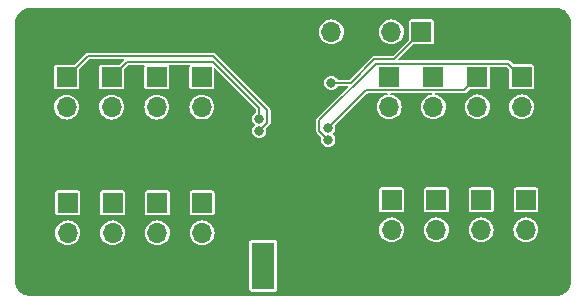
<source format=gbr>
%TF.GenerationSoftware,KiCad,Pcbnew,7.99.0-957-g18dd623122*%
%TF.CreationDate,2023-08-18T16:19:00-04:00*%
%TF.ProjectId,pca9685,70636139-3638-4352-9e6b-696361645f70,V1.0*%
%TF.SameCoordinates,Original*%
%TF.FileFunction,Copper,L2,Bot*%
%TF.FilePolarity,Positive*%
%FSLAX46Y46*%
G04 Gerber Fmt 4.6, Leading zero omitted, Abs format (unit mm)*
G04 Created by KiCad (PCBNEW 7.99.0-957-g18dd623122) date 2023-08-18 16:19:00*
%MOMM*%
%LPD*%
G01*
G04 APERTURE LIST*
%TA.AperFunction,ComponentPad*%
%ADD10R,1.700000X1.700000*%
%TD*%
%TA.AperFunction,ComponentPad*%
%ADD11O,1.700000X1.700000*%
%TD*%
%TA.AperFunction,ComponentPad*%
%ADD12R,1.980000X3.960000*%
%TD*%
%TA.AperFunction,ComponentPad*%
%ADD13O,1.980000X3.960000*%
%TD*%
%TA.AperFunction,ViaPad*%
%ADD14C,0.800000*%
%TD*%
%TA.AperFunction,Conductor*%
%ADD15C,0.150000*%
%TD*%
G04 APERTURE END LIST*
D10*
%TO.P,J9,1,Pin_1*%
%TO.N,/LED8*%
X148352934Y-105156000D03*
D11*
%TO.P,J9,2,Pin_2*%
%TO.N,/VDD*%
X148352934Y-107696000D03*
%TO.P,J9,3,Pin_3*%
%TO.N,GND*%
X148352934Y-110236000D03*
%TD*%
D10*
%TO.P,J8,1,Pin_1*%
%TO.N,/LED7*%
X132317066Y-105410000D03*
D11*
%TO.P,J8,2,Pin_2*%
%TO.N,/VDD*%
X132317066Y-107950000D03*
%TO.P,J8,3,Pin_3*%
%TO.N,GND*%
X132317066Y-110490000D03*
%TD*%
D10*
%TO.P,J10,1,Pin_1*%
%TO.N,/LED9*%
X152146000Y-105156000D03*
D11*
%TO.P,J10,2,Pin_2*%
%TO.N,/VDD*%
X152146000Y-107696000D03*
%TO.P,J10,3,Pin_3*%
%TO.N,GND*%
X152146000Y-110236000D03*
%TD*%
D10*
%TO.P,J13,1,Pin_1*%
%TO.N,/LED12*%
X159371058Y-94742000D03*
D11*
%TO.P,J13,2,Pin_2*%
%TO.N,/VDD*%
X159371058Y-97282000D03*
%TO.P,J13,3,Pin_3*%
%TO.N,GND*%
X159371058Y-99822000D03*
%TD*%
D10*
%TO.P,J16,1,Pin_1*%
%TO.N,/LED15*%
X148152472Y-94742000D03*
D11*
%TO.P,J16,2,Pin_2*%
%TO.N,/VDD*%
X148152472Y-97282000D03*
%TO.P,J16,3,Pin_3*%
%TO.N,GND*%
X148152472Y-99822000D03*
%TD*%
D10*
%TO.P,J5,1,Pin_1*%
%TO.N,/LED4*%
X120937868Y-105410000D03*
D11*
%TO.P,J5,2,Pin_2*%
%TO.N,/VDD*%
X120937868Y-107950000D03*
%TO.P,J5,3,Pin_3*%
%TO.N,GND*%
X120937868Y-110490000D03*
%TD*%
D10*
%TO.P,J1,1,Pin_1*%
%TO.N,/LED0*%
X132296777Y-94757000D03*
D11*
%TO.P,J1,2,Pin_2*%
%TO.N,/VDD*%
X132296777Y-97297000D03*
%TO.P,J1,3,Pin_3*%
%TO.N,GND*%
X132296777Y-99837000D03*
%TD*%
D10*
%TO.P,J12,1,Pin_1*%
%TO.N,/LED11*%
X159732132Y-105156000D03*
D11*
%TO.P,J12,2,Pin_2*%
%TO.N,/VDD*%
X159732132Y-107696000D03*
%TO.P,J12,3,Pin_3*%
%TO.N,GND*%
X159732132Y-110236000D03*
%TD*%
D12*
%TO.P,J18,1,Pin_1*%
%TO.N,/VDD*%
X137494000Y-110744000D03*
D13*
%TO.P,J18,2,Pin_2*%
%TO.N,GND*%
X142494000Y-110744000D03*
%TD*%
D10*
%TO.P,J17,1,Pin_1*%
%TO.N,/SCL*%
X150875999Y-90932000D03*
D11*
%TO.P,J17,2,Pin_2*%
%TO.N,/SDA*%
X148335999Y-90932000D03*
%TO.P,J17,3,Pin_3*%
%TO.N,GND*%
X145796000Y-90932000D03*
%TO.P,J17,4,Pin_4*%
%TO.N,+3.3V*%
X143255999Y-90932000D03*
%TD*%
D10*
%TO.P,J14,1,Pin_1*%
%TO.N,/LED13*%
X155631528Y-94742000D03*
D11*
%TO.P,J14,2,Pin_2*%
%TO.N,/VDD*%
X155631528Y-97282000D03*
%TO.P,J14,3,Pin_3*%
%TO.N,GND*%
X155631528Y-99822000D03*
%TD*%
D10*
%TO.P,J11,1,Pin_1*%
%TO.N,/LED10*%
X155939066Y-105156000D03*
D11*
%TO.P,J11,2,Pin_2*%
%TO.N,/VDD*%
X155939066Y-107696000D03*
%TO.P,J11,3,Pin_3*%
%TO.N,GND*%
X155939066Y-110236000D03*
%TD*%
D10*
%TO.P,J4,1,Pin_1*%
%TO.N,/LED3*%
X120843498Y-94757000D03*
D11*
%TO.P,J4,2,Pin_2*%
%TO.N,/VDD*%
X120843498Y-97297000D03*
%TO.P,J4,3,Pin_3*%
%TO.N,GND*%
X120843498Y-99837000D03*
%TD*%
D10*
%TO.P,J6,1,Pin_1*%
%TO.N,/LED5*%
X124730934Y-105410000D03*
D11*
%TO.P,J6,2,Pin_2*%
%TO.N,/VDD*%
X124730934Y-107950000D03*
%TO.P,J6,3,Pin_3*%
%TO.N,GND*%
X124730934Y-110490000D03*
%TD*%
D10*
%TO.P,J2,1,Pin_1*%
%TO.N,/LED1*%
X128479016Y-94757000D03*
D11*
%TO.P,J2,2,Pin_2*%
%TO.N,/VDD*%
X128479016Y-97297000D03*
%TO.P,J2,3,Pin_3*%
%TO.N,GND*%
X128479016Y-99837000D03*
%TD*%
D10*
%TO.P,J15,1,Pin_1*%
%TO.N,/LED14*%
X151892000Y-94742000D03*
D11*
%TO.P,J15,2,Pin_2*%
%TO.N,/VDD*%
X151892000Y-97282000D03*
%TO.P,J15,3,Pin_3*%
%TO.N,GND*%
X151892000Y-99822000D03*
%TD*%
D10*
%TO.P,J3,1,Pin_1*%
%TO.N,/LED2*%
X124661257Y-94757000D03*
D11*
%TO.P,J3,2,Pin_2*%
%TO.N,/VDD*%
X124661257Y-97297000D03*
%TO.P,J3,3,Pin_3*%
%TO.N,GND*%
X124661257Y-99837000D03*
%TD*%
D10*
%TO.P,J7,1,Pin_1*%
%TO.N,/LED6*%
X128524000Y-105410000D03*
D11*
%TO.P,J7,2,Pin_2*%
%TO.N,/VDD*%
X128524000Y-107950000D03*
%TO.P,J7,3,Pin_3*%
%TO.N,GND*%
X128524000Y-110490000D03*
%TD*%
D14*
%TO.N,/LED2*%
X137160000Y-98298000D03*
%TO.N,/LED3*%
X137160000Y-99314000D03*
%TO.N,/LED12*%
X143002000Y-100059503D03*
%TO.N,/LED13*%
X143002000Y-99060000D03*
%TO.N,/SCL*%
X143256000Y-95250000D03*
%TD*%
D15*
%TO.N,/LED2*%
X125946257Y-93472000D02*
X124661257Y-94757000D01*
X133260777Y-93472000D02*
X125946257Y-93472000D01*
X137160000Y-98298000D02*
X137160000Y-97371223D01*
X137160000Y-97371223D02*
X133260777Y-93472000D01*
%TO.N,/LED3*%
X137834500Y-98639500D02*
X137834500Y-97551455D01*
X137160000Y-99314000D02*
X137834500Y-98639500D01*
X122636498Y-92964000D02*
X120843498Y-94757000D01*
X133247045Y-92964000D02*
X122636498Y-92964000D01*
X137834500Y-97551455D02*
X133247045Y-92964000D01*
%TO.N,/LED12*%
X147027972Y-93617500D02*
X142240000Y-98405472D01*
X142240000Y-99297503D02*
X143002000Y-100059503D01*
X158246558Y-93617500D02*
X147027972Y-93617500D01*
X159371058Y-94742000D02*
X158246558Y-93617500D01*
X142240000Y-98405472D02*
X142240000Y-99297503D01*
%TO.N,/LED13*%
X154507028Y-95866500D02*
X155631528Y-94742000D01*
X143002000Y-99060000D02*
X146195500Y-95866500D01*
X146195500Y-95866500D02*
X154507028Y-95866500D01*
%TO.N,/SCL*%
X144901204Y-95250000D02*
X146883204Y-93268000D01*
X143256000Y-95250000D02*
X144901204Y-95250000D01*
X146883204Y-93268000D02*
X148539999Y-93268000D01*
X148539999Y-93268000D02*
X150875999Y-90932000D01*
%TD*%
%TA.AperFunction,Conductor*%
%TO.N,GND*%
G36*
X162306959Y-88900576D02*
G01*
X162318762Y-88901504D01*
X162363017Y-88904987D01*
X162509140Y-88917772D01*
X162516282Y-88918936D01*
X162601706Y-88939444D01*
X162602307Y-88939597D01*
X162715099Y-88969819D01*
X162718120Y-88970845D01*
X162806509Y-89007456D01*
X162807403Y-89007850D01*
X162907908Y-89054717D01*
X162910322Y-89056014D01*
X162993734Y-89107129D01*
X162994985Y-89107949D01*
X163084090Y-89170341D01*
X163085909Y-89171749D01*
X163160948Y-89235838D01*
X163162347Y-89237131D01*
X163238866Y-89313650D01*
X163240159Y-89315049D01*
X163304245Y-89390084D01*
X163305662Y-89391915D01*
X163336747Y-89436309D01*
X163368049Y-89481013D01*
X163368869Y-89482264D01*
X163419976Y-89565661D01*
X163421288Y-89568104D01*
X163456566Y-89643757D01*
X163468132Y-89668559D01*
X163468563Y-89669538D01*
X163505150Y-89757869D01*
X163506181Y-89760907D01*
X163536398Y-89873681D01*
X163536556Y-89874302D01*
X163557060Y-89959704D01*
X163558228Y-89966872D01*
X163571023Y-90113128D01*
X163575424Y-90169040D01*
X163575500Y-90170964D01*
X163575500Y-112013035D01*
X163575424Y-112014959D01*
X163571023Y-112070870D01*
X163558228Y-112217126D01*
X163557060Y-112224294D01*
X163536556Y-112309696D01*
X163536398Y-112310317D01*
X163506181Y-112423091D01*
X163505150Y-112426129D01*
X163468563Y-112514460D01*
X163468132Y-112515439D01*
X163421292Y-112615888D01*
X163419976Y-112618337D01*
X163368869Y-112701734D01*
X163368049Y-112702985D01*
X163305671Y-112792072D01*
X163304231Y-112793932D01*
X163240160Y-112868948D01*
X163238854Y-112870361D01*
X163162361Y-112946854D01*
X163160948Y-112948160D01*
X163085932Y-113012231D01*
X163084072Y-113013671D01*
X162994985Y-113076049D01*
X162993734Y-113076869D01*
X162910337Y-113127976D01*
X162907888Y-113129292D01*
X162807439Y-113176132D01*
X162806460Y-113176563D01*
X162718129Y-113213150D01*
X162715091Y-113214181D01*
X162602317Y-113244398D01*
X162601696Y-113244556D01*
X162516294Y-113265060D01*
X162509126Y-113266228D01*
X162362870Y-113279023D01*
X162306959Y-113283424D01*
X162305035Y-113283500D01*
X117756773Y-113283500D01*
X117754849Y-113283424D01*
X117697674Y-113278923D01*
X117548779Y-113265925D01*
X117541601Y-113264757D01*
X117453134Y-113243517D01*
X117452513Y-113243359D01*
X117338802Y-113212891D01*
X117335763Y-113211860D01*
X117244767Y-113174167D01*
X117243789Y-113173737D01*
X117142214Y-113126372D01*
X117139765Y-113125056D01*
X117054005Y-113072501D01*
X117052753Y-113071680D01*
X116962556Y-113008521D01*
X116960696Y-113007081D01*
X116883627Y-112941255D01*
X116882214Y-112939949D01*
X116804725Y-112862459D01*
X116803430Y-112861059D01*
X116737588Y-112783965D01*
X116736157Y-112782118D01*
X116709291Y-112743748D01*
X136303500Y-112743748D01*
X136315133Y-112802231D01*
X136332882Y-112828795D01*
X136359447Y-112868552D01*
X136386012Y-112886301D01*
X136425769Y-112912867D01*
X136484252Y-112924500D01*
X136484255Y-112924500D01*
X138503745Y-112924500D01*
X138503748Y-112924500D01*
X138562231Y-112912867D01*
X138628552Y-112868552D01*
X138672867Y-112802231D01*
X138684500Y-112743748D01*
X138684500Y-108744252D01*
X138672867Y-108685769D01*
X138646301Y-108646012D01*
X138628552Y-108619447D01*
X138588795Y-108592882D01*
X138562231Y-108575133D01*
X138503748Y-108563500D01*
X136484252Y-108563500D01*
X136433059Y-108573683D01*
X136425769Y-108575133D01*
X136359447Y-108619447D01*
X136324846Y-108671232D01*
X136315133Y-108685769D01*
X136303500Y-108744252D01*
X136303500Y-112743748D01*
X116709291Y-112743748D01*
X116699940Y-112730393D01*
X116672991Y-112691902D01*
X116672183Y-112690671D01*
X116619622Y-112604895D01*
X116618316Y-112602465D01*
X116570917Y-112500812D01*
X116570518Y-112499902D01*
X116539963Y-112426129D01*
X116532827Y-112408900D01*
X116531798Y-112405873D01*
X116501303Y-112292047D01*
X116501192Y-112291610D01*
X116479926Y-112203016D01*
X116478765Y-112195886D01*
X116466038Y-112050356D01*
X116461233Y-111989273D01*
X116461159Y-111987394D01*
X116461159Y-110507998D01*
X116462023Y-107950000D01*
X119882285Y-107950000D01*
X119902568Y-108155934D01*
X119962636Y-108353954D01*
X120060183Y-108536450D01*
X120191458Y-108696410D01*
X120351418Y-108827685D01*
X120533914Y-108925232D01*
X120731934Y-108985300D01*
X120937868Y-109005583D01*
X121143802Y-108985300D01*
X121341822Y-108925232D01*
X121524318Y-108827685D01*
X121684278Y-108696410D01*
X121815553Y-108536450D01*
X121913100Y-108353954D01*
X121973168Y-108155934D01*
X121993451Y-107950000D01*
X123675351Y-107950000D01*
X123695634Y-108155934D01*
X123755702Y-108353954D01*
X123853249Y-108536450D01*
X123984524Y-108696410D01*
X124144484Y-108827685D01*
X124326980Y-108925232D01*
X124525000Y-108985300D01*
X124710650Y-109003585D01*
X124730933Y-109005583D01*
X124730933Y-109005582D01*
X124730934Y-109005583D01*
X124936868Y-108985300D01*
X125134888Y-108925232D01*
X125317384Y-108827685D01*
X125477344Y-108696410D01*
X125608619Y-108536450D01*
X125706166Y-108353954D01*
X125766234Y-108155934D01*
X125786517Y-107950000D01*
X127468417Y-107950000D01*
X127488700Y-108155934D01*
X127548768Y-108353954D01*
X127646315Y-108536450D01*
X127777590Y-108696410D01*
X127937550Y-108827685D01*
X128120046Y-108925232D01*
X128318066Y-108985300D01*
X128524000Y-109005583D01*
X128729934Y-108985300D01*
X128927954Y-108925232D01*
X129110450Y-108827685D01*
X129270410Y-108696410D01*
X129401685Y-108536450D01*
X129499232Y-108353954D01*
X129559300Y-108155934D01*
X129579583Y-107950000D01*
X131261483Y-107950000D01*
X131281766Y-108155934D01*
X131341834Y-108353954D01*
X131439381Y-108536450D01*
X131570656Y-108696410D01*
X131730616Y-108827685D01*
X131913112Y-108925232D01*
X132111132Y-108985300D01*
X132317066Y-109005583D01*
X132523000Y-108985300D01*
X132721020Y-108925232D01*
X132903516Y-108827685D01*
X133063476Y-108696410D01*
X133194751Y-108536450D01*
X133292298Y-108353954D01*
X133352366Y-108155934D01*
X133372649Y-107950000D01*
X133352366Y-107744066D01*
X133337786Y-107696000D01*
X147297351Y-107696000D01*
X147317634Y-107901934D01*
X147377702Y-108099954D01*
X147475249Y-108282450D01*
X147606524Y-108442410D01*
X147766484Y-108573685D01*
X147948980Y-108671232D01*
X148147000Y-108731300D01*
X148352934Y-108751583D01*
X148558868Y-108731300D01*
X148756888Y-108671232D01*
X148939384Y-108573685D01*
X149099344Y-108442410D01*
X149230619Y-108282450D01*
X149328166Y-108099954D01*
X149388234Y-107901934D01*
X149408517Y-107696000D01*
X151090417Y-107696000D01*
X151110700Y-107901934D01*
X151170768Y-108099954D01*
X151268315Y-108282450D01*
X151399590Y-108442410D01*
X151559550Y-108573685D01*
X151742046Y-108671232D01*
X151940066Y-108731300D01*
X152146000Y-108751583D01*
X152351934Y-108731300D01*
X152549954Y-108671232D01*
X152732450Y-108573685D01*
X152892410Y-108442410D01*
X153023685Y-108282450D01*
X153121232Y-108099954D01*
X153181300Y-107901934D01*
X153201583Y-107696000D01*
X154883483Y-107696000D01*
X154903766Y-107901934D01*
X154963834Y-108099954D01*
X155061381Y-108282450D01*
X155192656Y-108442410D01*
X155352616Y-108573685D01*
X155535112Y-108671232D01*
X155733132Y-108731300D01*
X155918782Y-108749585D01*
X155939065Y-108751583D01*
X155939065Y-108751582D01*
X155939066Y-108751583D01*
X156145000Y-108731300D01*
X156343020Y-108671232D01*
X156525516Y-108573685D01*
X156685476Y-108442410D01*
X156816751Y-108282450D01*
X156914298Y-108099954D01*
X156974366Y-107901934D01*
X156994649Y-107696000D01*
X158676549Y-107696000D01*
X158696832Y-107901934D01*
X158756900Y-108099954D01*
X158854447Y-108282450D01*
X158985722Y-108442410D01*
X159145682Y-108573685D01*
X159328178Y-108671232D01*
X159526198Y-108731300D01*
X159711847Y-108749585D01*
X159732131Y-108751583D01*
X159732131Y-108751582D01*
X159732132Y-108751583D01*
X159938066Y-108731300D01*
X160136086Y-108671232D01*
X160318582Y-108573685D01*
X160478542Y-108442410D01*
X160609817Y-108282450D01*
X160707364Y-108099954D01*
X160767432Y-107901934D01*
X160787715Y-107696000D01*
X160767432Y-107490066D01*
X160707364Y-107292046D01*
X160609817Y-107109550D01*
X160478542Y-106949590D01*
X160318582Y-106818315D01*
X160136086Y-106720768D01*
X159938066Y-106660700D01*
X159732132Y-106640417D01*
X159526197Y-106660700D01*
X159526196Y-106660700D01*
X159328175Y-106720769D01*
X159145680Y-106818316D01*
X158985722Y-106949590D01*
X158854448Y-107109548D01*
X158756901Y-107292043D01*
X158696832Y-107490064D01*
X158696832Y-107490065D01*
X158696832Y-107490066D01*
X158676549Y-107696000D01*
X156994649Y-107696000D01*
X156974366Y-107490066D01*
X156914298Y-107292046D01*
X156816751Y-107109550D01*
X156685476Y-106949590D01*
X156525516Y-106818315D01*
X156343020Y-106720768D01*
X156145000Y-106660700D01*
X155939066Y-106640417D01*
X155733131Y-106660700D01*
X155733130Y-106660700D01*
X155535109Y-106720769D01*
X155352614Y-106818316D01*
X155192656Y-106949590D01*
X155061382Y-107109548D01*
X154963835Y-107292043D01*
X154903766Y-107490064D01*
X154903766Y-107490065D01*
X154903766Y-107490066D01*
X154883483Y-107696000D01*
X153201583Y-107696000D01*
X153181300Y-107490066D01*
X153121232Y-107292046D01*
X153023685Y-107109550D01*
X152892410Y-106949590D01*
X152732450Y-106818315D01*
X152549954Y-106720768D01*
X152351934Y-106660700D01*
X152146000Y-106640417D01*
X151940065Y-106660700D01*
X151940064Y-106660700D01*
X151742043Y-106720769D01*
X151559548Y-106818316D01*
X151399590Y-106949590D01*
X151268316Y-107109548D01*
X151170769Y-107292043D01*
X151110700Y-107490064D01*
X151110700Y-107490065D01*
X151110700Y-107490066D01*
X151090417Y-107696000D01*
X149408517Y-107696000D01*
X149388234Y-107490066D01*
X149328166Y-107292046D01*
X149230619Y-107109550D01*
X149099344Y-106949590D01*
X148939384Y-106818315D01*
X148756888Y-106720768D01*
X148558868Y-106660700D01*
X148352934Y-106640417D01*
X148146999Y-106660700D01*
X148146998Y-106660700D01*
X147948977Y-106720769D01*
X147766482Y-106818316D01*
X147606524Y-106949590D01*
X147475250Y-107109548D01*
X147377703Y-107292043D01*
X147317634Y-107490064D01*
X147317634Y-107490065D01*
X147317634Y-107490066D01*
X147297351Y-107696000D01*
X133337786Y-107696000D01*
X133292298Y-107546046D01*
X133194751Y-107363550D01*
X133063476Y-107203590D01*
X132903516Y-107072315D01*
X132721020Y-106974768D01*
X132523000Y-106914700D01*
X132317066Y-106894417D01*
X132111131Y-106914700D01*
X132111130Y-106914700D01*
X131913109Y-106974769D01*
X131730614Y-107072316D01*
X131570656Y-107203590D01*
X131439382Y-107363548D01*
X131341835Y-107546043D01*
X131281766Y-107744064D01*
X131281766Y-107744065D01*
X131281766Y-107744066D01*
X131261483Y-107950000D01*
X129579583Y-107950000D01*
X129559300Y-107744066D01*
X129499232Y-107546046D01*
X129401685Y-107363550D01*
X129270410Y-107203590D01*
X129110450Y-107072315D01*
X128927954Y-106974768D01*
X128729934Y-106914700D01*
X128524000Y-106894417D01*
X128318065Y-106914700D01*
X128318064Y-106914700D01*
X128120043Y-106974769D01*
X127937548Y-107072316D01*
X127777590Y-107203590D01*
X127646316Y-107363548D01*
X127548769Y-107546043D01*
X127488700Y-107744064D01*
X127488700Y-107744065D01*
X127488700Y-107744066D01*
X127468417Y-107950000D01*
X125786517Y-107950000D01*
X125766234Y-107744066D01*
X125706166Y-107546046D01*
X125608619Y-107363550D01*
X125477344Y-107203590D01*
X125317384Y-107072315D01*
X125134888Y-106974768D01*
X124936868Y-106914700D01*
X124730934Y-106894417D01*
X124524999Y-106914700D01*
X124524998Y-106914700D01*
X124326977Y-106974769D01*
X124144482Y-107072316D01*
X123984524Y-107203590D01*
X123853250Y-107363548D01*
X123755703Y-107546043D01*
X123695634Y-107744064D01*
X123695634Y-107744065D01*
X123695634Y-107744066D01*
X123675351Y-107950000D01*
X121993451Y-107950000D01*
X121973168Y-107744066D01*
X121913100Y-107546046D01*
X121815553Y-107363550D01*
X121684278Y-107203590D01*
X121524318Y-107072315D01*
X121341822Y-106974768D01*
X121143802Y-106914700D01*
X120937868Y-106894417D01*
X120731933Y-106914700D01*
X120731932Y-106914700D01*
X120533911Y-106974769D01*
X120351416Y-107072316D01*
X120191458Y-107203590D01*
X120060184Y-107363548D01*
X119962637Y-107546043D01*
X119902568Y-107744064D01*
X119902568Y-107744065D01*
X119902568Y-107744066D01*
X119882285Y-107950000D01*
X116462023Y-107950000D01*
X116462587Y-106279748D01*
X119887368Y-106279748D01*
X119899001Y-106338231D01*
X119916750Y-106364795D01*
X119943315Y-106404552D01*
X119969880Y-106422301D01*
X120009637Y-106448867D01*
X120068120Y-106460500D01*
X120068123Y-106460500D01*
X121807613Y-106460500D01*
X121807616Y-106460500D01*
X121866099Y-106448867D01*
X121932420Y-106404552D01*
X121976735Y-106338231D01*
X121988368Y-106279748D01*
X123680434Y-106279748D01*
X123692067Y-106338231D01*
X123709816Y-106364795D01*
X123736381Y-106404552D01*
X123762946Y-106422301D01*
X123802703Y-106448867D01*
X123861186Y-106460500D01*
X123861189Y-106460500D01*
X125600679Y-106460500D01*
X125600682Y-106460500D01*
X125659165Y-106448867D01*
X125725486Y-106404552D01*
X125769801Y-106338231D01*
X125781434Y-106279748D01*
X127473500Y-106279748D01*
X127485133Y-106338231D01*
X127502882Y-106364795D01*
X127529447Y-106404552D01*
X127556012Y-106422301D01*
X127595769Y-106448867D01*
X127654252Y-106460500D01*
X127654255Y-106460500D01*
X129393745Y-106460500D01*
X129393748Y-106460500D01*
X129452231Y-106448867D01*
X129518552Y-106404552D01*
X129562867Y-106338231D01*
X129574500Y-106279748D01*
X129574500Y-106279744D01*
X131266565Y-106279744D01*
X131266566Y-106279748D01*
X131278199Y-106338231D01*
X131295948Y-106364795D01*
X131322513Y-106404552D01*
X131349078Y-106422301D01*
X131388835Y-106448867D01*
X131447318Y-106460500D01*
X131447321Y-106460500D01*
X133186811Y-106460500D01*
X133186814Y-106460500D01*
X133245297Y-106448867D01*
X133311618Y-106404552D01*
X133355933Y-106338231D01*
X133367566Y-106279748D01*
X133367566Y-106025748D01*
X147302434Y-106025748D01*
X147314067Y-106084231D01*
X147331816Y-106110795D01*
X147358381Y-106150552D01*
X147384946Y-106168301D01*
X147424703Y-106194867D01*
X147483186Y-106206500D01*
X147483189Y-106206500D01*
X149222679Y-106206500D01*
X149222682Y-106206500D01*
X149281165Y-106194867D01*
X149347486Y-106150552D01*
X149391801Y-106084231D01*
X149403434Y-106025748D01*
X151095500Y-106025748D01*
X151107133Y-106084231D01*
X151124882Y-106110795D01*
X151151447Y-106150552D01*
X151178012Y-106168301D01*
X151217769Y-106194867D01*
X151276252Y-106206500D01*
X151276255Y-106206500D01*
X153015745Y-106206500D01*
X153015748Y-106206500D01*
X153074231Y-106194867D01*
X153140552Y-106150552D01*
X153184867Y-106084231D01*
X153196500Y-106025748D01*
X154888566Y-106025748D01*
X154900199Y-106084231D01*
X154917948Y-106110795D01*
X154944513Y-106150552D01*
X154971078Y-106168301D01*
X155010835Y-106194867D01*
X155069318Y-106206500D01*
X155069321Y-106206500D01*
X156808811Y-106206500D01*
X156808814Y-106206500D01*
X156867297Y-106194867D01*
X156933618Y-106150552D01*
X156977933Y-106084231D01*
X156989566Y-106025748D01*
X158681632Y-106025748D01*
X158693265Y-106084231D01*
X158711014Y-106110795D01*
X158737579Y-106150552D01*
X158764144Y-106168301D01*
X158803901Y-106194867D01*
X158862384Y-106206500D01*
X158862387Y-106206500D01*
X160601877Y-106206500D01*
X160601880Y-106206500D01*
X160660363Y-106194867D01*
X160726684Y-106150552D01*
X160770999Y-106084231D01*
X160782632Y-106025748D01*
X160782632Y-104286252D01*
X160770999Y-104227769D01*
X160744433Y-104188012D01*
X160726684Y-104161447D01*
X160686927Y-104134882D01*
X160660363Y-104117133D01*
X160601880Y-104105500D01*
X158862384Y-104105500D01*
X158803900Y-104117133D01*
X158803901Y-104117133D01*
X158737579Y-104161447D01*
X158693265Y-104227769D01*
X158681632Y-104286252D01*
X158681632Y-106025748D01*
X156989566Y-106025748D01*
X156989566Y-104286252D01*
X156977933Y-104227769D01*
X156951367Y-104188012D01*
X156933618Y-104161447D01*
X156893861Y-104134882D01*
X156867297Y-104117133D01*
X156808814Y-104105500D01*
X155069318Y-104105500D01*
X155010835Y-104117132D01*
X155010835Y-104117133D01*
X154944513Y-104161447D01*
X154900199Y-104227769D01*
X154888566Y-104286252D01*
X154888566Y-106025748D01*
X153196500Y-106025748D01*
X153196500Y-104286252D01*
X153184867Y-104227769D01*
X153158301Y-104188012D01*
X153140552Y-104161447D01*
X153100795Y-104134882D01*
X153074231Y-104117133D01*
X153015748Y-104105500D01*
X151276252Y-104105500D01*
X151217768Y-104117132D01*
X151217769Y-104117133D01*
X151151447Y-104161447D01*
X151107133Y-104227768D01*
X151107133Y-104227769D01*
X151095500Y-104286252D01*
X151095500Y-106025748D01*
X149403434Y-106025748D01*
X149403434Y-104286252D01*
X149391801Y-104227769D01*
X149365235Y-104188012D01*
X149347486Y-104161447D01*
X149307729Y-104134882D01*
X149281165Y-104117133D01*
X149222682Y-104105500D01*
X147483186Y-104105500D01*
X147424703Y-104117133D01*
X147358381Y-104161447D01*
X147314067Y-104227769D01*
X147302434Y-104286252D01*
X147302434Y-106025748D01*
X133367566Y-106025748D01*
X133367566Y-104540252D01*
X133355933Y-104481769D01*
X133329367Y-104442012D01*
X133311618Y-104415447D01*
X133271861Y-104388882D01*
X133245297Y-104371133D01*
X133186814Y-104359500D01*
X131447318Y-104359500D01*
X131388834Y-104371132D01*
X131388835Y-104371133D01*
X131322513Y-104415447D01*
X131278199Y-104481769D01*
X131266565Y-104540255D01*
X131266565Y-106279744D01*
X129574500Y-106279744D01*
X129574500Y-104540252D01*
X129562867Y-104481769D01*
X129536301Y-104442012D01*
X129518552Y-104415447D01*
X129478795Y-104388882D01*
X129452231Y-104371133D01*
X129393748Y-104359500D01*
X127654252Y-104359500D01*
X127595769Y-104371132D01*
X127595769Y-104371133D01*
X127529447Y-104415447D01*
X127485132Y-104481768D01*
X127485133Y-104481769D01*
X127473500Y-104540252D01*
X127473500Y-106279748D01*
X125781434Y-106279748D01*
X125781434Y-104540252D01*
X125769801Y-104481769D01*
X125743235Y-104442012D01*
X125725486Y-104415447D01*
X125685729Y-104388882D01*
X125659165Y-104371133D01*
X125600682Y-104359500D01*
X123861186Y-104359500D01*
X123802702Y-104371133D01*
X123802703Y-104371133D01*
X123736381Y-104415447D01*
X123692067Y-104481768D01*
X123692067Y-104481769D01*
X123680434Y-104540252D01*
X123680434Y-106279748D01*
X121988368Y-106279748D01*
X121988368Y-104540252D01*
X121976735Y-104481769D01*
X121950169Y-104442012D01*
X121932420Y-104415447D01*
X121892663Y-104388882D01*
X121866099Y-104371133D01*
X121807616Y-104359500D01*
X120068120Y-104359500D01*
X120009637Y-104371132D01*
X120009637Y-104371133D01*
X119943315Y-104415447D01*
X119899001Y-104481768D01*
X119899001Y-104481769D01*
X119887368Y-104540252D01*
X119887368Y-106279748D01*
X116462587Y-106279748D01*
X116465619Y-97297000D01*
X119787915Y-97297000D01*
X119808198Y-97502934D01*
X119808198Y-97502935D01*
X119822917Y-97551456D01*
X119868266Y-97700954D01*
X119965813Y-97883450D01*
X120097088Y-98043410D01*
X120257048Y-98174685D01*
X120439544Y-98272232D01*
X120637564Y-98332300D01*
X120823214Y-98350585D01*
X120843497Y-98352583D01*
X120843497Y-98352582D01*
X120843498Y-98352583D01*
X121049432Y-98332300D01*
X121247452Y-98272232D01*
X121429948Y-98174685D01*
X121589908Y-98043410D01*
X121721183Y-97883450D01*
X121818730Y-97700954D01*
X121878798Y-97502934D01*
X121899081Y-97297000D01*
X123605674Y-97297000D01*
X123625957Y-97502934D01*
X123625957Y-97502935D01*
X123640676Y-97551456D01*
X123686025Y-97700954D01*
X123783572Y-97883450D01*
X123914847Y-98043410D01*
X124074807Y-98174685D01*
X124257303Y-98272232D01*
X124455323Y-98332300D01*
X124661257Y-98352583D01*
X124867191Y-98332300D01*
X125065211Y-98272232D01*
X125247707Y-98174685D01*
X125407667Y-98043410D01*
X125538942Y-97883450D01*
X125636489Y-97700954D01*
X125696557Y-97502934D01*
X125716840Y-97297000D01*
X127423433Y-97297000D01*
X127443716Y-97502934D01*
X127443716Y-97502935D01*
X127458435Y-97551456D01*
X127503784Y-97700954D01*
X127601331Y-97883450D01*
X127732606Y-98043410D01*
X127892566Y-98174685D01*
X128075062Y-98272232D01*
X128273082Y-98332300D01*
X128479016Y-98352583D01*
X128684950Y-98332300D01*
X128882970Y-98272232D01*
X129065466Y-98174685D01*
X129225426Y-98043410D01*
X129356701Y-97883450D01*
X129454248Y-97700954D01*
X129514316Y-97502934D01*
X129534599Y-97297000D01*
X131241194Y-97297000D01*
X131261477Y-97502934D01*
X131261477Y-97502935D01*
X131276196Y-97551456D01*
X131321545Y-97700954D01*
X131419092Y-97883450D01*
X131550367Y-98043410D01*
X131710327Y-98174685D01*
X131892823Y-98272232D01*
X132090843Y-98332300D01*
X132276493Y-98350585D01*
X132296776Y-98352583D01*
X132296776Y-98352582D01*
X132296777Y-98352583D01*
X132502711Y-98332300D01*
X132700731Y-98272232D01*
X132883227Y-98174685D01*
X133043187Y-98043410D01*
X133174462Y-97883450D01*
X133272009Y-97700954D01*
X133332077Y-97502934D01*
X133352360Y-97297000D01*
X133332077Y-97091066D01*
X133272009Y-96893046D01*
X133174462Y-96710550D01*
X133043187Y-96550590D01*
X132883227Y-96419315D01*
X132700731Y-96321768D01*
X132502711Y-96261700D01*
X132296777Y-96241417D01*
X132090842Y-96261700D01*
X132090841Y-96261700D01*
X131892820Y-96321769D01*
X131710325Y-96419316D01*
X131550367Y-96550590D01*
X131419093Y-96710548D01*
X131321546Y-96893043D01*
X131261477Y-97091064D01*
X131261477Y-97091065D01*
X131241194Y-97296999D01*
X131241194Y-97297000D01*
X129534599Y-97297000D01*
X129514316Y-97091066D01*
X129454248Y-96893046D01*
X129356701Y-96710550D01*
X129225426Y-96550590D01*
X129065466Y-96419315D01*
X128882970Y-96321768D01*
X128684950Y-96261700D01*
X128479016Y-96241417D01*
X128273081Y-96261700D01*
X128273080Y-96261700D01*
X128075059Y-96321769D01*
X127892564Y-96419316D01*
X127732606Y-96550590D01*
X127601332Y-96710548D01*
X127503785Y-96893043D01*
X127443716Y-97091064D01*
X127443716Y-97091065D01*
X127423433Y-97296999D01*
X127423433Y-97297000D01*
X125716840Y-97297000D01*
X125696557Y-97091066D01*
X125636489Y-96893046D01*
X125538942Y-96710550D01*
X125407667Y-96550590D01*
X125247707Y-96419315D01*
X125065211Y-96321768D01*
X124867191Y-96261700D01*
X124661257Y-96241417D01*
X124455322Y-96261700D01*
X124455321Y-96261700D01*
X124257300Y-96321769D01*
X124074805Y-96419316D01*
X123914847Y-96550590D01*
X123783573Y-96710548D01*
X123686026Y-96893043D01*
X123625957Y-97091064D01*
X123625957Y-97091065D01*
X123605674Y-97296999D01*
X123605674Y-97297000D01*
X121899081Y-97297000D01*
X121878798Y-97091066D01*
X121818730Y-96893046D01*
X121721183Y-96710550D01*
X121589908Y-96550590D01*
X121429948Y-96419315D01*
X121247452Y-96321768D01*
X121049432Y-96261700D01*
X120843498Y-96241417D01*
X120637563Y-96261700D01*
X120637562Y-96261700D01*
X120439541Y-96321769D01*
X120257046Y-96419316D01*
X120097088Y-96550590D01*
X119965814Y-96710548D01*
X119868267Y-96893043D01*
X119808198Y-97091064D01*
X119808198Y-97091065D01*
X119787915Y-97296999D01*
X119787915Y-97297000D01*
X116465619Y-97297000D01*
X116466183Y-95626748D01*
X119792998Y-95626748D01*
X119804631Y-95685231D01*
X119805723Y-95686865D01*
X119848945Y-95751552D01*
X119875510Y-95769301D01*
X119915267Y-95795867D01*
X119973750Y-95807500D01*
X119973753Y-95807500D01*
X121713243Y-95807500D01*
X121713246Y-95807500D01*
X121771729Y-95795867D01*
X121838050Y-95751552D01*
X121882365Y-95685231D01*
X121893998Y-95626748D01*
X121893998Y-94116410D01*
X121908350Y-94081763D01*
X122736262Y-93253852D01*
X122770910Y-93239500D01*
X125670844Y-93239500D01*
X125705492Y-93253852D01*
X125719844Y-93288500D01*
X125705492Y-93323148D01*
X125336493Y-93692148D01*
X125301845Y-93706500D01*
X123791509Y-93706500D01*
X123733025Y-93718133D01*
X123733026Y-93718133D01*
X123666704Y-93762447D01*
X123625762Y-93823723D01*
X123622390Y-93828769D01*
X123610757Y-93887252D01*
X123610757Y-95626748D01*
X123622390Y-95685231D01*
X123623482Y-95686865D01*
X123666704Y-95751552D01*
X123693269Y-95769301D01*
X123733026Y-95795867D01*
X123791509Y-95807500D01*
X123791512Y-95807500D01*
X125531002Y-95807500D01*
X125531005Y-95807500D01*
X125589488Y-95795867D01*
X125655809Y-95751552D01*
X125700124Y-95685231D01*
X125711757Y-95626748D01*
X125711757Y-94116411D01*
X125726109Y-94081764D01*
X126046021Y-93761852D01*
X126080669Y-93747500D01*
X127402779Y-93747500D01*
X127437427Y-93761852D01*
X127451779Y-93796500D01*
X127443521Y-93823723D01*
X127440149Y-93828769D01*
X127428515Y-93887255D01*
X127428515Y-95626744D01*
X127433470Y-95651653D01*
X127440149Y-95685231D01*
X127441241Y-95686865D01*
X127484463Y-95751552D01*
X127511028Y-95769301D01*
X127550785Y-95795867D01*
X127609268Y-95807500D01*
X127609271Y-95807500D01*
X129348761Y-95807500D01*
X129348764Y-95807500D01*
X129407247Y-95795867D01*
X129473568Y-95751552D01*
X129517883Y-95685231D01*
X129529516Y-95626748D01*
X129529516Y-93887252D01*
X129517883Y-93828769D01*
X129514510Y-93823722D01*
X129507195Y-93786940D01*
X129528030Y-93755758D01*
X129555253Y-93747500D01*
X131220540Y-93747500D01*
X131255188Y-93761852D01*
X131269540Y-93796500D01*
X131261282Y-93823722D01*
X131257910Y-93828769D01*
X131246277Y-93887252D01*
X131246277Y-95626748D01*
X131257910Y-95685231D01*
X131259002Y-95686865D01*
X131302224Y-95751552D01*
X131328789Y-95769301D01*
X131368546Y-95795867D01*
X131427029Y-95807500D01*
X131427032Y-95807500D01*
X133166522Y-95807500D01*
X133166525Y-95807500D01*
X133225008Y-95795867D01*
X133291329Y-95751552D01*
X133335644Y-95685231D01*
X133347277Y-95626748D01*
X133347276Y-94066410D01*
X133361628Y-94031763D01*
X133396276Y-94017411D01*
X133430923Y-94031763D01*
X136870148Y-97470987D01*
X136884500Y-97505634D01*
X136884500Y-97729397D01*
X136870148Y-97764045D01*
X136859562Y-97771196D01*
X136859943Y-97771856D01*
X136857157Y-97773464D01*
X136731718Y-97869717D01*
X136731717Y-97869718D01*
X136635464Y-97995158D01*
X136635461Y-97995163D01*
X136574955Y-98141238D01*
X136554318Y-98298000D01*
X136574955Y-98454761D01*
X136635461Y-98600836D01*
X136635464Y-98600841D01*
X136684131Y-98664266D01*
X136731718Y-98726282D01*
X136758712Y-98746995D01*
X136784947Y-98767126D01*
X136803698Y-98799605D01*
X136793991Y-98835830D01*
X136784947Y-98844874D01*
X136731716Y-98885719D01*
X136635464Y-99011158D01*
X136635461Y-99011163D01*
X136574955Y-99157238D01*
X136554318Y-99314000D01*
X136574955Y-99470761D01*
X136635461Y-99616836D01*
X136635464Y-99616841D01*
X136731718Y-99742282D01*
X136857159Y-99838536D01*
X136857161Y-99838536D01*
X136857163Y-99838538D01*
X136946156Y-99875400D01*
X137003238Y-99899044D01*
X137160000Y-99919682D01*
X137316762Y-99899044D01*
X137462841Y-99838536D01*
X137588282Y-99742282D01*
X137684536Y-99616841D01*
X137745044Y-99470762D01*
X137765682Y-99314000D01*
X137763510Y-99297502D01*
X141959103Y-99297502D01*
X141962384Y-99314000D01*
X141964500Y-99324635D01*
X141964500Y-99324636D01*
X141980485Y-99404998D01*
X142010930Y-99450562D01*
X142041376Y-99496128D01*
X142060364Y-99508815D01*
X142067790Y-99514909D01*
X142405129Y-99852248D01*
X142419481Y-99886896D01*
X142417098Y-99899459D01*
X142417786Y-99899644D01*
X142416955Y-99902741D01*
X142396318Y-100059503D01*
X142416955Y-100216264D01*
X142477461Y-100362339D01*
X142477464Y-100362344D01*
X142573718Y-100487785D01*
X142699159Y-100584039D01*
X142699161Y-100584039D01*
X142699163Y-100584041D01*
X142845238Y-100644546D01*
X142845238Y-100644547D01*
X143002000Y-100665185D01*
X143158762Y-100644547D01*
X143304841Y-100584039D01*
X143430282Y-100487785D01*
X143526536Y-100362344D01*
X143587044Y-100216265D01*
X143607682Y-100059503D01*
X143587044Y-99902741D01*
X143560450Y-99838538D01*
X143526538Y-99756666D01*
X143526535Y-99756661D01*
X143430282Y-99631221D01*
X143430281Y-99631220D01*
X143387802Y-99598625D01*
X143369050Y-99566147D01*
X143378757Y-99529922D01*
X143387795Y-99520882D01*
X143430282Y-99488282D01*
X143526536Y-99362841D01*
X143587044Y-99216762D01*
X143607682Y-99060000D01*
X143587044Y-98903238D01*
X143587042Y-98903234D01*
X143586213Y-98900138D01*
X143588201Y-98899604D01*
X143588318Y-98868471D01*
X143598867Y-98852747D01*
X146295263Y-96156352D01*
X146329912Y-96142000D01*
X148012157Y-96142000D01*
X148046805Y-96156352D01*
X148061157Y-96191000D01*
X148046805Y-96225648D01*
X148016960Y-96239763D01*
X147991904Y-96242231D01*
X147946537Y-96246700D01*
X147946536Y-96246700D01*
X147748515Y-96306769D01*
X147566020Y-96404316D01*
X147406062Y-96535590D01*
X147274788Y-96695548D01*
X147177241Y-96878043D01*
X147117172Y-97076064D01*
X147117172Y-97076065D01*
X147117172Y-97076066D01*
X147096889Y-97282000D01*
X147117172Y-97487934D01*
X147177240Y-97685954D01*
X147274787Y-97868450D01*
X147406062Y-98028410D01*
X147566022Y-98159685D01*
X147748518Y-98257232D01*
X147946538Y-98317300D01*
X148132188Y-98335585D01*
X148152471Y-98337583D01*
X148152471Y-98337582D01*
X148152472Y-98337583D01*
X148358406Y-98317300D01*
X148556426Y-98257232D01*
X148738922Y-98159685D01*
X148898882Y-98028410D01*
X149030157Y-97868450D01*
X149127704Y-97685954D01*
X149187772Y-97487934D01*
X149208055Y-97282000D01*
X149187772Y-97076066D01*
X149127704Y-96878046D01*
X149030157Y-96695550D01*
X148898882Y-96535590D01*
X148738922Y-96404315D01*
X148556426Y-96306768D01*
X148358406Y-96246700D01*
X148287983Y-96239763D01*
X148254909Y-96222085D01*
X148244023Y-96186197D01*
X148261702Y-96153122D01*
X148292787Y-96142000D01*
X151751685Y-96142000D01*
X151786333Y-96156352D01*
X151800685Y-96191000D01*
X151786333Y-96225648D01*
X151756488Y-96239763D01*
X151731432Y-96242231D01*
X151686065Y-96246700D01*
X151686064Y-96246700D01*
X151488043Y-96306769D01*
X151305548Y-96404316D01*
X151145590Y-96535590D01*
X151014316Y-96695548D01*
X150916769Y-96878043D01*
X150856700Y-97076064D01*
X150856700Y-97076065D01*
X150856700Y-97076066D01*
X150836417Y-97282000D01*
X150856700Y-97487934D01*
X150916768Y-97685954D01*
X151014315Y-97868450D01*
X151145590Y-98028410D01*
X151305550Y-98159685D01*
X151488046Y-98257232D01*
X151686066Y-98317300D01*
X151892000Y-98337583D01*
X152097934Y-98317300D01*
X152295954Y-98257232D01*
X152478450Y-98159685D01*
X152638410Y-98028410D01*
X152769685Y-97868450D01*
X152867232Y-97685954D01*
X152927300Y-97487934D01*
X152947583Y-97282000D01*
X154575945Y-97282000D01*
X154596228Y-97487934D01*
X154656296Y-97685954D01*
X154753843Y-97868450D01*
X154885118Y-98028410D01*
X155045078Y-98159685D01*
X155227574Y-98257232D01*
X155425594Y-98317300D01*
X155611243Y-98335585D01*
X155631527Y-98337583D01*
X155631527Y-98337582D01*
X155631528Y-98337583D01*
X155837462Y-98317300D01*
X156035482Y-98257232D01*
X156217978Y-98159685D01*
X156377938Y-98028410D01*
X156509213Y-97868450D01*
X156606760Y-97685954D01*
X156666828Y-97487934D01*
X156687111Y-97282000D01*
X158315475Y-97282000D01*
X158335758Y-97487934D01*
X158395826Y-97685954D01*
X158493373Y-97868450D01*
X158624648Y-98028410D01*
X158784608Y-98159685D01*
X158967104Y-98257232D01*
X159165124Y-98317300D01*
X159350774Y-98335585D01*
X159371057Y-98337583D01*
X159371057Y-98337582D01*
X159371058Y-98337583D01*
X159576992Y-98317300D01*
X159775012Y-98257232D01*
X159957508Y-98159685D01*
X160117468Y-98028410D01*
X160248743Y-97868450D01*
X160346290Y-97685954D01*
X160406358Y-97487934D01*
X160426641Y-97282000D01*
X160406358Y-97076066D01*
X160346290Y-96878046D01*
X160248743Y-96695550D01*
X160117468Y-96535590D01*
X159957508Y-96404315D01*
X159775012Y-96306768D01*
X159576992Y-96246700D01*
X159371058Y-96226417D01*
X159165123Y-96246700D01*
X159165122Y-96246700D01*
X158967101Y-96306769D01*
X158784606Y-96404316D01*
X158624648Y-96535590D01*
X158493374Y-96695548D01*
X158395827Y-96878043D01*
X158335758Y-97076064D01*
X158335758Y-97076065D01*
X158335758Y-97076066D01*
X158315475Y-97282000D01*
X156687111Y-97282000D01*
X156666828Y-97076066D01*
X156606760Y-96878046D01*
X156509213Y-96695550D01*
X156377938Y-96535590D01*
X156217978Y-96404315D01*
X156035482Y-96306768D01*
X155837462Y-96246700D01*
X155631528Y-96226417D01*
X155425593Y-96246700D01*
X155425592Y-96246700D01*
X155227571Y-96306769D01*
X155045076Y-96404316D01*
X154885118Y-96535590D01*
X154753844Y-96695548D01*
X154656297Y-96878043D01*
X154596228Y-97076064D01*
X154596228Y-97076065D01*
X154596228Y-97076066D01*
X154575945Y-97282000D01*
X152947583Y-97282000D01*
X152927300Y-97076066D01*
X152867232Y-96878046D01*
X152769685Y-96695550D01*
X152638410Y-96535590D01*
X152478450Y-96404315D01*
X152295954Y-96306768D01*
X152097934Y-96246700D01*
X152027511Y-96239763D01*
X151994437Y-96222085D01*
X151983551Y-96186197D01*
X152001230Y-96153122D01*
X152032315Y-96142000D01*
X154475071Y-96142000D01*
X154484631Y-96142942D01*
X154507027Y-96147397D01*
X154507028Y-96147397D01*
X154534160Y-96142000D01*
X154534161Y-96142000D01*
X154614523Y-96126015D01*
X154656493Y-96097971D01*
X154682650Y-96080494D01*
X154682651Y-96080492D01*
X154705652Y-96065124D01*
X154718344Y-96046130D01*
X154724432Y-96038711D01*
X154956291Y-95806852D01*
X154990940Y-95792500D01*
X156501273Y-95792500D01*
X156501276Y-95792500D01*
X156559759Y-95780867D01*
X156626080Y-95736552D01*
X156670395Y-95670231D01*
X156682028Y-95611748D01*
X156682028Y-93941999D01*
X156696380Y-93907352D01*
X156731028Y-93893000D01*
X158112146Y-93893000D01*
X158146794Y-93907352D01*
X158306206Y-94066763D01*
X158320558Y-94101411D01*
X158320558Y-95611748D01*
X158332191Y-95670231D01*
X158337570Y-95678281D01*
X158376505Y-95736552D01*
X158398955Y-95751552D01*
X158442827Y-95780867D01*
X158501310Y-95792500D01*
X158501313Y-95792500D01*
X160240803Y-95792500D01*
X160240806Y-95792500D01*
X160299289Y-95780867D01*
X160365610Y-95736552D01*
X160409925Y-95670231D01*
X160421558Y-95611748D01*
X160421558Y-93872252D01*
X160409925Y-93813769D01*
X160365645Y-93747500D01*
X160365610Y-93747447D01*
X160321738Y-93718133D01*
X160299289Y-93703133D01*
X160240806Y-93691500D01*
X160240803Y-93691500D01*
X158730470Y-93691500D01*
X158695822Y-93677148D01*
X158463964Y-93445290D01*
X158457870Y-93437864D01*
X158445184Y-93418877D01*
X158424182Y-93404844D01*
X158424182Y-93404843D01*
X158380258Y-93375495D01*
X158354053Y-93357985D01*
X158332710Y-93353739D01*
X158271326Y-93341529D01*
X158246558Y-93336603D01*
X158246557Y-93336603D01*
X158246556Y-93336603D01*
X158224161Y-93341058D01*
X158214601Y-93342000D01*
X148973911Y-93342000D01*
X148939263Y-93327648D01*
X148924911Y-93293000D01*
X148939263Y-93258352D01*
X150200763Y-91996852D01*
X150235411Y-91982500D01*
X151745744Y-91982500D01*
X151745747Y-91982500D01*
X151804230Y-91970867D01*
X151870551Y-91926552D01*
X151914866Y-91860231D01*
X151926499Y-91801748D01*
X151926499Y-90062252D01*
X151914866Y-90003769D01*
X151883461Y-89956769D01*
X151870551Y-89937447D01*
X151809568Y-89896700D01*
X151804230Y-89893133D01*
X151745747Y-89881500D01*
X150006251Y-89881500D01*
X149947768Y-89893132D01*
X149947768Y-89893133D01*
X149881446Y-89937447D01*
X149837131Y-90003768D01*
X149837132Y-90003769D01*
X149825499Y-90062252D01*
X149825499Y-90062255D01*
X149825499Y-91572588D01*
X149811147Y-91607236D01*
X148440235Y-92978148D01*
X148405587Y-92992500D01*
X146915161Y-92992500D01*
X146905601Y-92991558D01*
X146883205Y-92987103D01*
X146883201Y-92987103D01*
X146775710Y-93008484D01*
X146775709Y-93008484D01*
X146708866Y-93053145D01*
X146708858Y-93053153D01*
X146684579Y-93069376D01*
X146684578Y-93069377D01*
X146671890Y-93088365D01*
X146665798Y-93095788D01*
X144801440Y-94960148D01*
X144766792Y-94974500D01*
X143824602Y-94974500D01*
X143789954Y-94960148D01*
X143782847Y-94949537D01*
X143782144Y-94949944D01*
X143780535Y-94947158D01*
X143684282Y-94821718D01*
X143684281Y-94821717D01*
X143558841Y-94725464D01*
X143558836Y-94725461D01*
X143412761Y-94664955D01*
X143276637Y-94647034D01*
X143256000Y-94644318D01*
X143255999Y-94644318D01*
X143099238Y-94664955D01*
X142953163Y-94725461D01*
X142953158Y-94725464D01*
X142827718Y-94821717D01*
X142827717Y-94821718D01*
X142731464Y-94947158D01*
X142731461Y-94947163D01*
X142670955Y-95093238D01*
X142650318Y-95250000D01*
X142670955Y-95406761D01*
X142731461Y-95552836D01*
X142731464Y-95552841D01*
X142821539Y-95670230D01*
X142827718Y-95678282D01*
X142953159Y-95774536D01*
X142953161Y-95774536D01*
X142953163Y-95774538D01*
X143032741Y-95807500D01*
X143099238Y-95835044D01*
X143256000Y-95855682D01*
X143412762Y-95835044D01*
X143558841Y-95774536D01*
X143684282Y-95678282D01*
X143780536Y-95552841D01*
X143780538Y-95552834D01*
X143782144Y-95550056D01*
X143783946Y-95551097D01*
X143805945Y-95529191D01*
X143824602Y-95525500D01*
X144612060Y-95525500D01*
X144646708Y-95539852D01*
X144661060Y-95574500D01*
X144646708Y-95609148D01*
X142067788Y-98188066D01*
X142060365Y-98194158D01*
X142041378Y-98206845D01*
X142041373Y-98206850D01*
X141980484Y-98297978D01*
X141973657Y-98332299D01*
X141973658Y-98332300D01*
X141959103Y-98405473D01*
X141963558Y-98427868D01*
X141964500Y-98437428D01*
X141964500Y-99265542D01*
X141963559Y-99275101D01*
X141959103Y-99297502D01*
X137763510Y-99297502D01*
X137745044Y-99157238D01*
X137745042Y-99157234D01*
X137744213Y-99154138D01*
X137746201Y-99153604D01*
X137746318Y-99122471D01*
X137756867Y-99106747D01*
X138006712Y-98856902D01*
X138014134Y-98850812D01*
X138023021Y-98844874D01*
X138033124Y-98838124D01*
X138049286Y-98813937D01*
X138065971Y-98788965D01*
X138094015Y-98746995D01*
X138110000Y-98666633D01*
X138110000Y-98666632D01*
X138115397Y-98639500D01*
X138110940Y-98617097D01*
X138110000Y-98607539D01*
X138110000Y-97583411D01*
X138110942Y-97573851D01*
X138115397Y-97551456D01*
X138115397Y-97551453D01*
X138111800Y-97533375D01*
X138102762Y-97487934D01*
X138094015Y-97443960D01*
X138073809Y-97413720D01*
X138033124Y-97352830D01*
X138014134Y-97340142D01*
X138006709Y-97334048D01*
X133464451Y-92791790D01*
X133458357Y-92784364D01*
X133445670Y-92765376D01*
X133422668Y-92750007D01*
X133396509Y-92732527D01*
X133396509Y-92732526D01*
X133354541Y-92704485D01*
X133271813Y-92688029D01*
X133247045Y-92683103D01*
X133247044Y-92683103D01*
X133247043Y-92683103D01*
X133224648Y-92687558D01*
X133215088Y-92688500D01*
X122668455Y-92688500D01*
X122658895Y-92687558D01*
X122636499Y-92683103D01*
X122636498Y-92683103D01*
X122628673Y-92684659D01*
X122613235Y-92687730D01*
X122613233Y-92687730D01*
X122609366Y-92688500D01*
X122609365Y-92688500D01*
X122579773Y-92694386D01*
X122529000Y-92704485D01*
X122487032Y-92732528D01*
X122462154Y-92749151D01*
X122462152Y-92749153D01*
X122437873Y-92765376D01*
X122437872Y-92765377D01*
X122425184Y-92784365D01*
X122419092Y-92791788D01*
X121518734Y-93692148D01*
X121484086Y-93706500D01*
X119973750Y-93706500D01*
X119915267Y-93718133D01*
X119848945Y-93762447D01*
X119808003Y-93823723D01*
X119804631Y-93828769D01*
X119792998Y-93887252D01*
X119792998Y-95626748D01*
X116466183Y-95626748D01*
X116467768Y-90932000D01*
X142200416Y-90932000D01*
X142220699Y-91137934D01*
X142280767Y-91335954D01*
X142378314Y-91518450D01*
X142509589Y-91678410D01*
X142669549Y-91809685D01*
X142852045Y-91907232D01*
X143050065Y-91967300D01*
X143255999Y-91987583D01*
X143461933Y-91967300D01*
X143659953Y-91907232D01*
X143842449Y-91809685D01*
X144002409Y-91678410D01*
X144133684Y-91518450D01*
X144231231Y-91335954D01*
X144291299Y-91137934D01*
X144311582Y-90932000D01*
X147280416Y-90932000D01*
X147300699Y-91137934D01*
X147360767Y-91335954D01*
X147458314Y-91518450D01*
X147589589Y-91678410D01*
X147749549Y-91809685D01*
X147932045Y-91907232D01*
X148130065Y-91967300D01*
X148335999Y-91987583D01*
X148541933Y-91967300D01*
X148739953Y-91907232D01*
X148922449Y-91809685D01*
X149082409Y-91678410D01*
X149213684Y-91518450D01*
X149311231Y-91335954D01*
X149371299Y-91137934D01*
X149391582Y-90932000D01*
X149371299Y-90726066D01*
X149311231Y-90528046D01*
X149213684Y-90345550D01*
X149082409Y-90185590D01*
X148922449Y-90054315D01*
X148758856Y-89966872D01*
X148739955Y-89956769D01*
X148739954Y-89956768D01*
X148739953Y-89956768D01*
X148541933Y-89896700D01*
X148335999Y-89876417D01*
X148130064Y-89896700D01*
X148130063Y-89896700D01*
X147932042Y-89956769D01*
X147749547Y-90054316D01*
X147589589Y-90185590D01*
X147458315Y-90345548D01*
X147360768Y-90528043D01*
X147300699Y-90726064D01*
X147300699Y-90726065D01*
X147300699Y-90726066D01*
X147280416Y-90932000D01*
X144311582Y-90932000D01*
X144291299Y-90726066D01*
X144231231Y-90528046D01*
X144133684Y-90345550D01*
X144002409Y-90185590D01*
X143842449Y-90054315D01*
X143678856Y-89966872D01*
X143659955Y-89956769D01*
X143659954Y-89956768D01*
X143659953Y-89956768D01*
X143461933Y-89896700D01*
X143255999Y-89876417D01*
X143050064Y-89896700D01*
X143050063Y-89896700D01*
X142852042Y-89956769D01*
X142669547Y-90054316D01*
X142509589Y-90185590D01*
X142378315Y-90345548D01*
X142280768Y-90528043D01*
X142220699Y-90726064D01*
X142220699Y-90726065D01*
X142220699Y-90726066D01*
X142200416Y-90932000D01*
X116467768Y-90932000D01*
X116468018Y-90191284D01*
X116468526Y-90190060D01*
X116468526Y-90170963D01*
X116468602Y-90169040D01*
X116469702Y-90155057D01*
X116473071Y-90112243D01*
X116485761Y-89967015D01*
X116486921Y-89959887D01*
X116507701Y-89873333D01*
X116507853Y-89872739D01*
X116537774Y-89761070D01*
X116538789Y-89758079D01*
X116575709Y-89668947D01*
X116576097Y-89668066D01*
X116622619Y-89568300D01*
X116623913Y-89565890D01*
X116675405Y-89481864D01*
X116676180Y-89480683D01*
X116738195Y-89392118D01*
X116739598Y-89390305D01*
X116804112Y-89314771D01*
X116805362Y-89313420D01*
X116881431Y-89237353D01*
X116882807Y-89236080D01*
X116958328Y-89171581D01*
X116960149Y-89170171D01*
X117048708Y-89108163D01*
X117049873Y-89107399D01*
X117133905Y-89055906D01*
X117136313Y-89054612D01*
X117236069Y-89008096D01*
X117236953Y-89007706D01*
X117326098Y-88970783D01*
X117329100Y-88969764D01*
X117440855Y-88939822D01*
X117441258Y-88939719D01*
X117527908Y-88918918D01*
X117535063Y-88917752D01*
X117678110Y-88905240D01*
X117737407Y-88900574D01*
X117739321Y-88900500D01*
X162305037Y-88900500D01*
X162306959Y-88900576D01*
G37*
%TD.AperFunction*%
%TD*%
M02*

</source>
